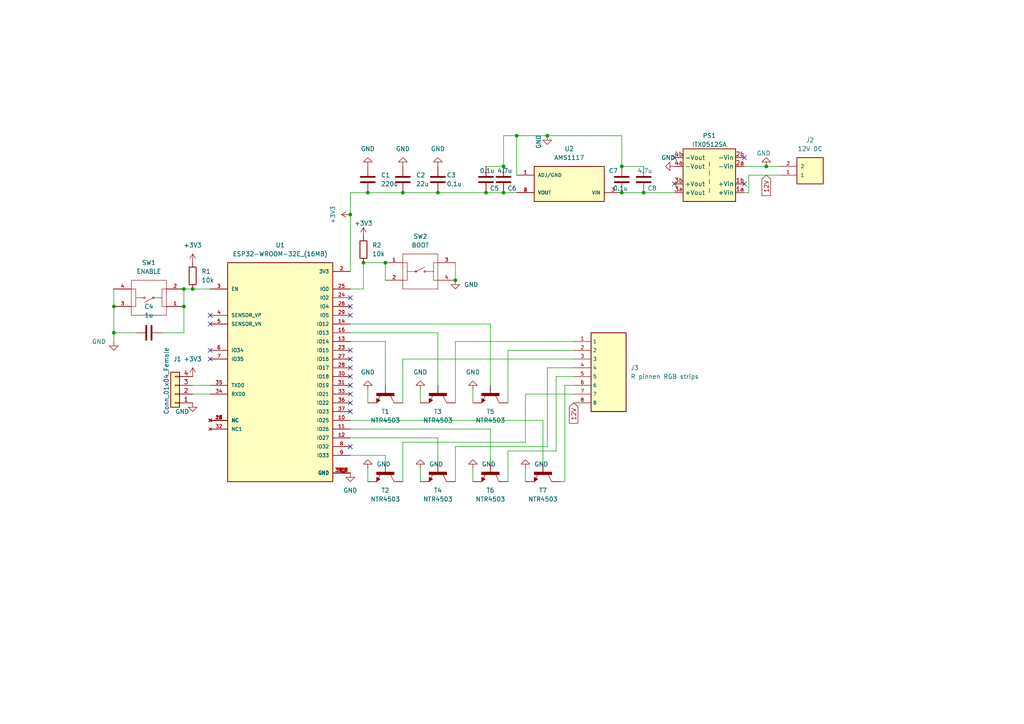
<source format=kicad_sch>
(kicad_sch (version 20211123) (generator eeschema)
  (paper "A4")
  (lib_symbols
    (symbol "1825910-6:1825910-6" (pin_names (offset 1.016) hide)
      (property "Reference" "SW" (at -5.08 5.842 0))
      (property "Value" "1825910-6" (at -5.08 -7.62 0))
      (symbol "1825910-6_0_0"
        (circle (center -1.27 0) (radius 0.254) (stroke (width 0.127)))
        (polyline (pts (xy -5.08 -5.08) (xy 5.08 -5.08)) (stroke (width 0.127)))
        (polyline (pts (xy -5.08 -2.54) (xy -5.08 -5.08)) (stroke (width 0.127)))
        (polyline (pts (xy -5.08 2.54) (xy -5.08 -2.54)) (stroke (width 0.127)))
        (polyline (pts (xy -5.08 2.54) (xy -3.81 2.54)) (stroke (width 0.127)))
        (polyline (pts (xy -5.08 5.08) (xy -5.08 2.54)) (stroke (width 0.127)))
        (polyline (pts (xy -5.08 5.08) (xy 5.08 5.08)) (stroke (width 0.127)))
        (polyline (pts (xy -3.81 -2.54) (xy -5.08 -2.54)) (stroke (width 0.127)))
        (polyline (pts (xy -3.81 0) (xy -3.81 -2.54)) (stroke (width 0.127)))
        (polyline (pts (xy -3.81 0) (xy -1.27 0)) (stroke (width 0.127)))
        (polyline (pts (xy -3.81 2.54) (xy -3.81 0)) (stroke (width 0.127)))
        (polyline (pts (xy -1.27 0) (xy 1.27 1.27)) (stroke (width 0.127)))
        (polyline (pts (xy 1.27 0) (xy 3.81 0)) (stroke (width 0.127)))
        (polyline (pts (xy 3.81 -2.54) (xy 5.08 -2.54)) (stroke (width 0.127)))
        (polyline (pts (xy 3.81 0) (xy 3.81 -2.54)) (stroke (width 0.127)))
        (polyline (pts (xy 3.81 0) (xy 3.81 2.54)) (stroke (width 0.127)))
        (polyline (pts (xy 3.81 2.54) (xy 5.08 2.54)) (stroke (width 0.127)))
        (polyline (pts (xy 5.08 -2.54) (xy 5.08 -5.08)) (stroke (width 0.127)))
        (polyline (pts (xy 5.08 2.54) (xy 5.08 -2.54)) (stroke (width 0.127)))
        (polyline (pts (xy 5.08 5.08) (xy 5.08 2.54)) (stroke (width 0.127)))
        (circle (center 1.27 0) (radius 0.254) (stroke (width 0.127)))
        (pin passive line (at -10.16 2.54 0) (length 5.08) (name "~") (number "1"))
        (pin passive line (at -10.16 -2.54 0) (length 5.08) (name "~") (number "2"))
        (pin passive line (at 10.16 2.54 180) (length 5.08) (name "~") (number "3"))
        (pin passive line (at 10.16 -2.54 180) (length 5.08) (name "~") (number "4"))
      )
    )
    (symbol "282841-2:282841-2" (pin_names (offset 1.016))
      (property "Reference" "J" (at 0 10.16 0))
      (property "Value" "282841-2" (at 0 -7.62 0))
      (symbol "282841-2_0_0"
        (rectangle (start -5.08 -2.54) (end 2.54 5.08) (stroke (width 0.254)) (fill (type background)))
        (pin passive line (at -10.16 2.54 0) (length 5.08) (name "1") (number "1"))
        (pin passive line (at -10.16 0 0) (length 5.08) (name "2") (number "2"))
      )
    )
    (symbol "282841-5:8_pin_connector"
      (property "Reference" "U" (at -5.08 12.7 0))
      (property "Value" "8_pin_connector" (at 0 -13.97 0))
      (symbol "8_pin_connector_0_0"
        (pin passive line (at -10.16 8.89 0) (length 5.08) (name "1") (number "1"))
        (pin passive line (at -10.16 6.35 0) (length 5.08) (name "2") (number "2"))
        (pin passive line (at -10.16 3.81 0) (length 5.08) (name "3") (number "3"))
        (pin passive line (at -10.16 1.27 0) (length 5.08) (name "4") (number "4"))
        (pin passive line (at -10.16 -1.27 0) (length 5.08) (name "5") (number "5"))
        (pin passive line (at -10.16 -3.81 0) (length 5.08) (name "6") (number "6"))
        (pin passive line (at -10.16 -6.35 0) (length 5.08) (name "7") (number "7"))
        (pin passive line (at -10.16 -8.89 0) (length 5.08) (name "8") (number "8"))
      )
      (symbol "8_pin_connector_0_1"
        (rectangle (start -5.08 11.43) (end 5.08 -11.43))
        (rectangle (start -5.08 11.43) (end 5.08 -11.43) (fill (type background)))
        (polyline (pts (xy -5.08 11.43) (xy -5.08 -11.43) (xy 5.08 -11.43) (xy 5.08 11.43) (xy -5.08 11.43)) (stroke (width 0.254)))
      )
    )
    (symbol "AMS1117:AMS1117" (pin_names (offset 1.016))
      (property "Reference" "U" (at -10.16 5.588 0))
      (property "Value" "AMS1117" (at -10.16 -8.128 0))
      (symbol "AMS1117_0_0"
        (rectangle (start -10.16 -5.08) (end 10.16 5.08) (stroke (width 0.254)) (fill (type background)))
        (pin power_in line (at 15.24 -2.54 180) (length 5.08) (name "ADJ/GND") (number "1"))
        (pin output line (at 15.24 2.54 180) (length 5.08) (name "VOUT") (number "2"))
        (pin input line (at -15.24 2.54 0) (length 5.08) (name "VIN") (number "3"))
        (pin output line (at 15.24 2.54 180) (length 5.08) (name "VOUT") (number "4"))
      )
    )
    (symbol "BC848:BC848" (pin_numbers hide) (pin_names (offset 1.016) hide)
      (property "Reference" "T" (at -10.1854 7.6454 0))
      (property "Value" "BC848" (at -10.16 5.08 0))
      (symbol "BC848_0_0"
        (rectangle (start -0.254 -2.54) (end 0.508 2.54) (fill (type outline)))
        (polyline (pts (xy 1.27 -2.54) (xy 1.778 -1.524)) (stroke (width 0.1524)))
        (polyline (pts (xy 1.524 -2.413) (xy 2.286 -2.413)) (stroke (width 0.254)))
        (polyline (pts (xy 1.524 -2.286) (xy 1.905 -2.286)) (stroke (width 0.254)))
        (polyline (pts (xy 1.5494 -2.032) (xy 0.3048 -1.4224)) (stroke (width 0.1524)))
        (polyline (pts (xy 1.778 -1.778) (xy 1.524 -2.286)) (stroke (width 0.254)))
        (polyline (pts (xy 1.778 -1.524) (xy 2.54 -2.54)) (stroke (width 0.1524)))
        (polyline (pts (xy 1.905 -2.286) (xy 1.778 -2.032)) (stroke (width 0.254)))
        (polyline (pts (xy 2.286 -2.413) (xy 1.778 -1.778)) (stroke (width 0.254)))
        (polyline (pts (xy 2.54 -2.54) (xy 1.27 -2.54)) (stroke (width 0.1524)))
        (polyline (pts (xy 2.54 2.54) (xy 0.508 1.524)) (stroke (width 0.1524)))
        (pin passive line (at -2.54 0 0) (length 2.54) (name "~") (number "1"))
        (pin passive line (at 2.54 -5.08 90) (length 2.54) (name "~") (number "2"))
        (pin passive line (at 2.54 5.08 270) (length 2.54) (name "~") (number "3"))
      )
    )
    (symbol "Connector_Generic:Conn_01x04" (pin_names (offset 1.016) hide)
      (property "Reference" "J" (at 0 5.08 0))
      (property "Value" "Conn_01x04" (at 0 -7.62 0))
      (symbol "Conn_01x04_1_1"
        (rectangle (start -1.27 -4.953) (end 0 -5.207) (stroke (width 0.1524)))
        (rectangle (start -1.27 -2.413) (end 0 -2.667) (stroke (width 0.1524)))
        (rectangle (start -1.27 0.127) (end 0 -0.127) (stroke (width 0.1524)))
        (rectangle (start -1.27 2.667) (end 0 2.413) (stroke (width 0.1524)))
        (rectangle (start -1.27 3.81) (end 1.27 -6.35) (stroke (width 0.254)) (fill (type background)))
        (pin passive line (at -5.08 2.54 0) (length 3.81) (name "Pin_1") (number "1"))
        (pin passive line (at -5.08 0 0) (length 3.81) (name "Pin_2") (number "2"))
        (pin passive line (at -5.08 -2.54 0) (length 3.81) (name "Pin_3") (number "3"))
        (pin passive line (at -5.08 -5.08 0) (length 3.81) (name "Pin_4") (number "4"))
      )
    )
    (symbol "Converter_DCDC:ITX0512SA"
      (property "Reference" "PS1" (at 0 -11.43 0))
      (property "Value" "ITX0512SA" (at 0 -8.89 0))
      (symbol "ITX0512SA_0_0"
        (pin power_in line (at -10.16 5.08 0) (length 2.54) (name "+Vin") (number "1a"))
        (pin power_in line (at -10.16 2.54 0) (length 2.54) (name "+Vin") (number "1b"))
        (pin power_in line (at -10.16 -2.54 0) (length 2.54) (name "-Vin") (number "2a"))
        (pin power_in line (at -10.16 -5.08 0) (length 2.54) (name "-Vin") (number "2b"))
        (pin power_out line (at 10.16 5.08 180) (length 2.54) (name "+Vout") (number "3a"))
        (pin power_out line (at 10.16 2.54 180) (length 2.54) (name "+Vout") (number "3b"))
        (pin power_out line (at 10.16 -2.54 180) (length 2.54) (name "-Vout") (number "4a"))
        (pin power_out line (at 10.16 -5.08 180) (length 2.54) (name "-Vout") (number "4b"))
      )
      (symbol "ITX0512SA_0_1"
        (rectangle (start -7.62 7.62) (end 7.62 -7.62) (stroke (width 0.254)) (fill (type background)))
        (polyline (pts (xy 0 -2.54) (xy 0 -3.81)))
        (polyline (pts (xy 0 0) (xy 0 -1.27)))
        (polyline (pts (xy 0 2.54) (xy 0 1.27)))
        (polyline (pts (xy 0 5.08) (xy 0 3.81)))
      )
    )
    (symbol "Device:C" (pin_numbers hide) (pin_names (offset 0.254))
      (property "Reference" "C" (at 0.635 2.54 0))
      (property "Value" "C" (at 0.635 -2.54 0))
      (symbol "C_0_1"
        (polyline (pts (xy -2.032 -0.762) (xy 2.032 -0.762)) (stroke (width 0.508)))
        (polyline (pts (xy -2.032 0.762) (xy 2.032 0.762)) (stroke (width 0.508)))
      )
      (symbol "C_1_1"
        (pin passive line (at 0 3.81 270) (length 2.794) (name "~") (number "1"))
        (pin passive line (at 0 -3.81 90) (length 2.794) (name "~") (number "2"))
      )
    )
    (symbol "Device:R" (pin_numbers hide) (pin_names (offset 0))
      (property "Reference" "R" (at 2.032 0 90))
      (property "Value" "R" (at 0 0 90))
      (symbol "R_0_1"
        (rectangle (start -1.016 -2.54) (end 1.016 2.54) (stroke (width 0.254)))
      )
      (symbol "R_1_1"
        (pin passive line (at 0 3.81 270) (length 1.27) (name "~") (number "1"))
        (pin passive line (at 0 -3.81 90) (length 1.27) (name "~") (number "2"))
      )
    )
    (symbol "ESP32-WROOM-32E__16MB_:ESP32-WROOM-32E_(16MB)" (pin_names (offset 1.016))
      (property "Reference" "U" (at -15.24 33.909 0))
      (property "Value" "ESP32-WROOM-32E_(16MB)" (at -15.24 -33.02 0))
      (symbol "ESP32-WROOM-32E_(16MB)_0_0"
        (rectangle (start -15.24 -30.48) (end 15.24 33.02) (stroke (width 0.254)) (fill (type background)))
        (pin power_in line (at 20.32 -27.94 180) (length 5.08) (name "GND") (number "1"))
        (pin bidirectional line (at 20.32 -12.7 180) (length 5.08) (name "IO25") (number "10"))
        (pin bidirectional line (at 20.32 -15.24 180) (length 5.08) (name "IO26") (number "11"))
        (pin bidirectional line (at 20.32 -17.78 180) (length 5.08) (name "IO27") (number "12"))
        (pin bidirectional line (at 20.32 10.16 180) (length 5.08) (name "IO14") (number "13"))
        (pin bidirectional line (at 20.32 15.24 180) (length 5.08) (name "IO12") (number "14"))
        (pin power_in line (at 20.32 -27.94 180) (length 5.08) (name "GND") (number "15"))
        (pin bidirectional line (at 20.32 12.7 180) (length 5.08) (name "IO13") (number "16"))
        (pin no_connect line (at -20.32 -12.7 0) (length 5.08) (name "NC") (number "17"))
        (pin no_connect line (at -20.32 -12.7 0) (length 5.08) (name "NC") (number "18"))
        (pin no_connect line (at -20.32 -12.7 0) (length 5.08) (name "NC") (number "19"))
        (pin power_in line (at 20.32 30.48 180) (length 5.08) (name "3V3") (number "2"))
        (pin no_connect line (at -20.32 -12.7 0) (length 5.08) (name "NC") (number "20"))
        (pin no_connect line (at -20.32 -12.7 0) (length 5.08) (name "NC") (number "21"))
        (pin no_connect line (at -20.32 -12.7 0) (length 5.08) (name "NC") (number "22"))
        (pin bidirectional line (at 20.32 7.62 180) (length 5.08) (name "IO15") (number "23"))
        (pin bidirectional line (at 20.32 22.86 180) (length 5.08) (name "IO2") (number "24"))
        (pin bidirectional line (at 20.32 25.4 180) (length 5.08) (name "IO0") (number "25"))
        (pin bidirectional line (at 20.32 20.32 180) (length 5.08) (name "IO4") (number "26"))
        (pin bidirectional line (at 20.32 5.08 180) (length 5.08) (name "IO16") (number "27"))
        (pin bidirectional line (at 20.32 2.54 180) (length 5.08) (name "IO17") (number "28"))
        (pin bidirectional line (at 20.32 17.78 180) (length 5.08) (name "IO5") (number "29"))
        (pin input line (at -20.32 25.4 0) (length 5.08) (name "EN") (number "3"))
        (pin bidirectional line (at 20.32 0 180) (length 5.08) (name "IO18") (number "30"))
        (pin bidirectional line (at 20.32 -2.54 180) (length 5.08) (name "IO19") (number "31"))
        (pin no_connect line (at -20.32 -15.24 0) (length 5.08) (name "NC1") (number "32"))
        (pin bidirectional line (at 20.32 -5.08 180) (length 5.08) (name "IO21") (number "33"))
        (pin bidirectional line (at -20.32 -5.08 0) (length 5.08) (name "RXD0") (number "34"))
        (pin bidirectional line (at -20.32 -2.54 0) (length 5.08) (name "TXD0") (number "35"))
        (pin bidirectional line (at 20.32 -7.62 180) (length 5.08) (name "IO22") (number "36"))
        (pin bidirectional line (at 20.32 -10.16 180) (length 5.08) (name "IO23") (number "37"))
        (pin power_in line (at 20.32 -27.94 180) (length 5.08) (name "GND") (number "38"))
        (pin power_in line (at 20.32 -27.94 180) (length 5.08) (name "GND") (number "39_1"))
        (pin power_in line (at 20.32 -27.94 180) (length 5.08) (name "GND") (number "39_2"))
        (pin power_in line (at 20.32 -27.94 180) (length 5.08) (name "GND") (number "39_3"))
        (pin power_in line (at 20.32 -27.94 180) (length 5.08) (name "GND") (number "39_4"))
        (pin power_in line (at 20.32 -27.94 180) (length 5.08) (name "GND") (number "39_5"))
        (pin power_in line (at 20.32 -27.94 180) (length 5.08) (name "GND") (number "39_6"))
        (pin power_in line (at 20.32 -27.94 180) (length 5.08) (name "GND") (number "39_7"))
        (pin power_in line (at 20.32 -27.94 180) (length 5.08) (name "GND") (number "39_8"))
        (pin power_in line (at 20.32 -27.94 180) (length 5.08) (name "GND") (number "39_9"))
        (pin input line (at -20.32 17.78 0) (length 5.08) (name "SENSOR_VP") (number "4"))
        (pin input line (at -20.32 15.24 0) (length 5.08) (name "SENSOR_VN") (number "5"))
        (pin input line (at -20.32 7.62 0) (length 5.08) (name "IO34") (number "6"))
        (pin input line (at -20.32 5.08 0) (length 5.08) (name "IO35") (number "7"))
        (pin bidirectional line (at 20.32 -20.32 180) (length 5.08) (name "IO32") (number "8"))
        (pin bidirectional line (at 20.32 -22.86 180) (length 5.08) (name "IO33") (number "9"))
      )
    )
    (symbol "power:+3V3" (power) (pin_names (offset 0))
      (property "Value" "+3V3" (at 0 3.556 0))
      (symbol "+3V3_0_1"
        (polyline (pts (xy -0.762 1.27) (xy 0 2.54)))
        (polyline (pts (xy 0 0) (xy 0 2.54)))
        (polyline (pts (xy 0 2.54) (xy 0.762 1.27)))
      )
      (symbol "+3V3_1_1"
        (pin power_in line (at 0 0 90) (length 0) hide (name "+3V3") (number "1"))
      )
    )
    (symbol "power:GND" (power) (pin_names (offset 0))
      (property "Value" "GND" (at 0 -3.81 0))
      (symbol "GND_0_1"
        (polyline (pts (xy 0 0) (xy 0 -1.27) (xy 1.27 -1.27) (xy 0 -2.54) (xy -1.27 -1.27) (xy 0 -1.27)))
      )
      (symbol "GND_1_1"
        (pin power_in line (at 0 0 270) (length 0) hide (name "GND") (number "1"))
      )
    )
  )
  (junction (at 186.69 55.88))
  (junction (at 146.05 55.88))
  (junction (at 132.08 81.28))
  (junction (at 116.84 55.88))
  (junction (at 53.34 83.82))
  (junction (at 158.75 39.37))
  (junction (at 127 55.88))
  (junction (at 53.34 88.9))
  (junction (at 106.68 55.88))
  (junction (at 105.41 76.2))
  (junction (at 140.97 55.88))
  (junction (at 180.34 48.26))
  (junction (at 33.02 96.52))
  (junction (at 111.76 76.2))
  (junction (at 149.86 39.37))
  (junction (at 55.88 83.82))
  (junction (at 101.6 62.23))
  (junction (at 33.02 88.9))
  (junction (at 222.25 48.26))
  (junction (at 146.05 48.26))
  (junction (at 180.34 55.88))
  (no_connect (at 195.58 53.34))
  (no_connect (at 215.9 45.72))
  (no_connect (at 195.58 45.72))
  (no_connect (at 215.9 53.34))
  (no_connect (at 60.96 101.6))
  (no_connect (at 60.96 104.14))
  (no_connect (at 60.96 91.44))
  (no_connect (at 60.96 93.98))
  (no_connect (at 101.6 111.76))
  (no_connect (at 101.6 114.3))
  (no_connect (at 101.6 116.84))
  (no_connect (at 101.6 119.38))
  (no_connect (at 101.6 129.54))
  (no_connect (at 101.6 104.14))
  (no_connect (at 101.6 109.22))
  (no_connect (at 101.6 101.6))
  (no_connect (at 101.6 106.68))
  (no_connect (at 101.6 88.9))
  (no_connect (at 101.6 91.44))
  (no_connect (at 101.6 86.36))
  (wire (pts (xy 158.75 129.54) (xy 158.75 106.68)))
  (wire (pts (xy 101.6 83.82) (xy 105.41 83.82)))
  (wire (pts (xy 132.08 129.54) (xy 158.75 129.54)))
  (wire (pts (xy 116.84 139.7) (xy 116.84 128.27)))
  (wire (pts (xy 105.41 76.2) (xy 105.41 83.82)))
  (wire (pts (xy 33.02 96.52) (xy 33.02 99.06)))
  (wire (pts (xy 127 127) (xy 127 134.62)))
  (wire (pts (xy 116.84 104.14) (xy 166.37 104.14)))
  (wire (pts (xy 33.02 88.9) (xy 33.02 83.82)))
  (wire (pts (xy 53.34 96.52) (xy 53.34 88.9)))
  (wire (pts (xy 106.68 55.88) (xy 116.84 55.88)))
  (wire (pts (xy 111.76 132.08) (xy 111.76 134.62)))
  (wire (pts (xy 137.16 113.03) (xy 137.16 116.84)))
  (wire (pts (xy 105.41 76.2) (xy 111.76 76.2)))
  (wire (pts (xy 146.05 55.88) (xy 149.86 55.88)))
  (wire (pts (xy 121.92 113.03) (xy 121.92 116.84)))
  (wire (pts (xy 163.83 111.76) (xy 166.37 111.76)))
  (wire (pts (xy 111.76 76.2) (xy 111.76 81.28)))
  (wire (pts (xy 55.88 111.76) (xy 60.96 111.76)))
  (wire (pts (xy 180.34 48.26) (xy 180.34 39.37)))
  (wire (pts (xy 132.08 139.7) (xy 132.08 129.54)))
  (wire (pts (xy 140.97 55.88) (xy 146.05 55.88)))
  (wire (pts (xy 101.6 99.06) (xy 111.76 99.06)))
  (wire (pts (xy 157.48 121.92) (xy 157.48 134.62)))
  (wire (pts (xy 161.29 130.81) (xy 161.29 109.22)))
  (wire (pts (xy 149.86 39.37) (xy 146.05 39.37)))
  (wire (pts (xy 142.24 93.98) (xy 142.24 111.76)))
  (wire (pts (xy 33.02 96.52) (xy 39.37 96.52)))
  (wire (pts (xy 147.32 101.6) (xy 166.37 101.6)))
  (wire (pts (xy 215.9 55.88) (xy 217.17 55.88)))
  (wire (pts (xy 137.16 135.89) (xy 137.16 139.7)))
  (wire (pts (xy 116.84 128.27) (xy 152.4 128.27)))
  (wire (pts (xy 101.6 96.52) (xy 127 96.52)))
  (wire (pts (xy 180.34 48.26) (xy 186.69 48.26)))
  (wire (pts (xy 158.75 39.37) (xy 149.86 39.37)))
  (wire (pts (xy 101.6 62.23) (xy 101.6 78.74)))
  (wire (pts (xy 111.76 99.06) (xy 111.76 111.76)))
  (wire (pts (xy 55.88 114.3) (xy 60.96 114.3)))
  (wire (pts (xy 101.6 93.98) (xy 142.24 93.98)))
  (wire (pts (xy 215.9 48.26) (xy 222.25 48.26)))
  (wire (pts (xy 163.83 139.7) (xy 163.83 111.76)))
  (wire (pts (xy 152.4 135.89) (xy 152.4 139.7)))
  (wire (pts (xy 116.84 55.88) (xy 127 55.88)))
  (wire (pts (xy 180.34 39.37) (xy 158.75 39.37)))
  (wire (pts (xy 217.17 50.8) (xy 226.06 50.8)))
  (wire (pts (xy 101.6 132.08) (xy 111.76 132.08)))
  (wire (pts (xy 101.6 55.88) (xy 106.68 55.88)))
  (wire (pts (xy 186.69 55.88) (xy 195.58 55.88)))
  (wire (pts (xy 152.4 128.27) (xy 152.4 114.3)))
  (wire (pts (xy 161.29 109.22) (xy 166.37 109.22)))
  (wire (pts (xy 101.6 55.88) (xy 101.6 62.23)))
  (wire (pts (xy 132.08 99.06) (xy 166.37 99.06)))
  (wire (pts (xy 222.25 48.26) (xy 226.06 48.26)))
  (wire (pts (xy 146.05 39.37) (xy 146.05 48.26)))
  (wire (pts (xy 152.4 114.3) (xy 166.37 114.3)))
  (wire (pts (xy 53.34 88.9) (xy 53.34 83.82)))
  (wire (pts (xy 121.92 135.89) (xy 121.92 139.7)))
  (wire (pts (xy 142.24 124.46) (xy 142.24 134.62)))
  (wire (pts (xy 217.17 55.88) (xy 217.17 50.8)))
  (wire (pts (xy 147.32 139.7) (xy 147.32 130.81)))
  (wire (pts (xy 147.32 116.84) (xy 147.32 101.6)))
  (wire (pts (xy 140.97 48.26) (xy 146.05 48.26)))
  (wire (pts (xy 53.34 83.82) (xy 55.88 83.82)))
  (wire (pts (xy 147.32 130.81) (xy 161.29 130.81)))
  (wire (pts (xy 46.99 96.52) (xy 53.34 96.52)))
  (wire (pts (xy 132.08 116.84) (xy 132.08 99.06)))
  (wire (pts (xy 101.6 127) (xy 127 127)))
  (wire (pts (xy 127 96.52) (xy 127 111.76)))
  (wire (pts (xy 106.68 113.03) (xy 106.68 116.84)))
  (wire (pts (xy 101.6 124.46) (xy 142.24 124.46)))
  (wire (pts (xy 162.56 139.7) (xy 163.83 139.7)))
  (wire (pts (xy 106.68 135.89) (xy 106.68 139.7)))
  (wire (pts (xy 158.75 106.68) (xy 166.37 106.68)))
  (wire (pts (xy 132.08 76.2) (xy 132.08 81.28)))
  (wire (pts (xy 101.6 121.92) (xy 157.48 121.92)))
  (wire (pts (xy 149.86 39.37) (xy 149.86 50.8)))
  (wire (pts (xy 116.84 116.84) (xy 116.84 104.14)))
  (wire (pts (xy 127 55.88) (xy 140.97 55.88)))
  (wire (pts (xy 33.02 88.9) (xy 33.02 96.52)))
  (wire (pts (xy 186.69 55.88) (xy 180.34 55.88)))
  (wire (pts (xy 55.88 83.82) (xy 60.96 83.82)))
  (global_label "12V" (shape input) (at 166.37 116.84 270) (property "Intersheet References" "${INTERSHEET_REFS}" (effects hide)))
  (global_label "12V" (shape input) (at 222.25 50.8 270) (property "Intersheet References" "${INTERSHEET_REFS}" (effects hide)))
  (symbol (lib_id "power:GND") (at 127 48.26 180) (unit 1)
    (property "Reference" "#PWR010" (effects hide))
    (property "Value" "GND" (at 127 43.18 0))
  )
  (symbol (lib_id "Device:R") (at 55.88 80.01 0) (unit 1)
    (property "Reference" "R1" (at 58.42 78.7399 0) (effects (justify left)))
    (property "Value" "10k" (at 58.42 81.2799 0) (effects (justify left)))
    (property "Footprint" "Resistor_SMD:R_0805_2012Metric" (effects hide))
  )
  (symbol (lib_id "power:+3V3") (at 55.88 109.22 0) (unit 1)
    (property "Reference" "#PWR0102" (effects hide))
    (property "Value" "+3V3" (at 55.88 104.14 0))
  )
  (symbol (lib_id "BC848:BC848") (at 111.76 114.3 270) (unit 1)
    (property "Reference" "T1" (at 111.76 119.38 90))
    (property "Value" "NTR4503" (at 111.76 121.92 90))
    (property "Footprint" "libraries:SOT23" (effects hide))
  )
  (symbol (lib_id "power:GND") (at 132.08 81.28 0) (unit 1)
    (property "Reference" "#PWR0101" (effects hide))
    (property "Value" "GND" (at 134.62 82.5499 0) (effects (justify left)))
  )
  (symbol (lib_id "282841-5:8_pin_connector") (at 176.53 107.95 0) (unit 1)
    (property "Reference" "J3" (at 182.88 106.6799 0) (effects (justify left)))
    (property "Value" "R pinnen RGB strips" (at 182.88 109.2199 0) (effects (justify left)))
    (property "Footprint" "libraries:TE_1546215-8" (effects hide))
  )
  (symbol (lib_id "power:GND") (at 222.25 48.26 180) (unit 1)
    (property "Reference" "#PWR0110" (effects hide))
    (property "Value" "GND" (at 223.52 44.45 0) (effects (justify left)))
  )
  (symbol (lib_id "ESP32-WROOM-32E__16MB_:ESP32-WROOM-32E_(16MB)") (at 81.28 109.22 0) (unit 1)
    (property "Reference" "U1" (at 81.28 71.12 0))
    (property "Value" "ESP32-WROOM-32E_(16MB)" (at 81.28 73.66 0))
    (property "Footprint" "libraries:XCVR_ESP32-WROOM-32E_(16MB)" (effects hide))
    (property "PARTREV" "1.4" (effects hide))
    (property "STANDARD" "Manufacturer Recommendations" (effects hide))
    (property "MAXIMUM_PACKAGE_HEIGHT" "3.25mm" (effects hide))
    (property "MANUFACTURER" "Espressif Systems" (effects hide))
  )
  (symbol (lib_id "1825910-6:1825910-6") (at 121.92 78.74 0) (unit 1)
    (property "Reference" "SW2" (at 121.92 68.58 0))
    (property "Value" "BOOT" (at 121.92 71.12 0))
    (property "Footprint" "libraries:SW_1825910-6-4" (effects hide))
    (property "Comment" "1825910-6" (effects hide))
  )
  (symbol (lib_id "BC848:BC848") (at 142.24 137.16 270) (unit 1)
    (property "Reference" "T6" (at 142.24 142.24 90))
    (property "Value" "NTR4503" (at 142.24 144.78 90))
    (property "Footprint" "libraries:SOT23" (effects hide))
  )
  (symbol (lib_id "Device:C") (at 186.69 52.07 180) (unit 1)
    (property "Reference" "C8" (at 190.5 54.61 0) (effects (justify left)))
    (property "Value" "4.7u" (at 189.23 49.53 0) (effects (justify left)))
    (property "Footprint" "Capacitor_SMD:C_0805_2012Metric" (effects hide))
  )
  (symbol (lib_id "power:+3V3") (at 105.41 68.58 0) (unit 1)
    (property "Reference" "#PWR0106" (effects hide))
    (property "Value" "+3V3" (at 105.41 64.77 0))
  )
  (symbol (lib_id "Device:C") (at 146.05 52.07 180) (unit 1)
    (property "Reference" "C6" (at 149.86 54.61 0) (effects (justify left)))
    (property "Value" "4.7u" (at 148.59 49.53 0) (effects (justify left)))
    (property "Footprint" "Capacitor_SMD:C_0805_2012Metric" (effects hide))
  )
  (symbol (lib_id "Connector_Generic:Conn_01x04") (at 50.8 114.3 180) (unit 1)
    (property "Reference" "J1" (at 51.435 104.14 0))
    (property "Value" "Conn_01x04_Female" (at 48.26 110.49 90))
    (property "Footprint" "Connector_PinHeader_2.54mm:PinHeader_1x04_P2.54mm_Vertical" (effects hide))
  )
  (symbol (lib_id "Device:C") (at 116.84 52.07 180) (unit 1)
    (property "Reference" "C2" (at 120.65 50.7999 0) (effects (justify right)))
    (property "Value" "22u" (at 120.65 53.3399 0) (effects (justify right)))
    (property "Footprint" "Capacitor_SMD:C_0805_2012Metric" (effects hide))
  )
  (symbol (lib_id "power:GND") (at 152.4 135.89 180) (unit 1)
    (property "Reference" "#PWR014" (effects hide))
    (property "Value" "GND" (at 154.94 134.6199 0) (effects (justify right)))
  )
  (symbol (lib_id "power:GND") (at 55.88 116.84 0) (unit 1)
    (property "Reference" "#PWR0103" (effects hide))
    (property "Value" "GND" (at 50.8 119.38 0) (effects (justify left)))
  )
  (symbol (lib_id "power:+3V3") (at 55.88 76.2 0) (unit 1)
    (property "Reference" "#PWR0107" (effects hide))
    (property "Value" "+3V3" (at 55.88 71.12 0))
  )
  (symbol (lib_id "power:GND") (at 137.16 113.03 180) (unit 1)
    (property "Reference" "#PWR011" (effects hide))
    (property "Value" "GND" (at 137.16 107.95 0))
  )
  (symbol (lib_id "power:GND") (at 121.92 113.03 180) (unit 1)
    (property "Reference" "#PWR08" (effects hide))
    (property "Value" "GND" (at 121.92 107.95 0))
  )
  (symbol (lib_id "Device:C") (at 180.34 52.07 0) (unit 1)
    (property "Reference" "C7" (at 176.53 49.53 0) (effects (justify left)))
    (property "Value" "0.1u" (at 177.8 54.61 0) (effects (justify left)))
    (property "Footprint" "Capacitor_SMD:C_0805_2012Metric" (effects hide))
  )
  (symbol (lib_id "power:GND") (at 106.68 135.89 180) (unit 1)
    (property "Reference" "#PWR05" (effects hide))
    (property "Value" "GND" (at 109.22 134.6199 0) (effects (justify right)))
  )
  (symbol (lib_id "power:GND") (at 101.6 137.16 0) (unit 1)
    (property "Reference" "#PWR02" (effects hide))
    (property "Value" "GND" (at 101.6 142.24 0))
  )
  (symbol (lib_id "Converter_DCDC:ITX0512SA") (at 205.74 50.8 180) (unit 1)
    (property "Reference" "PS1" (at 205.74 39.37 0))
    (property "Value" "ITX0512SA" (at 205.74 41.91 0))
    (property "Footprint" "libraries:Buck Converter" (effects hide))
  )
  (symbol (lib_id "BC848:BC848") (at 127 137.16 270) (unit 1)
    (property "Reference" "T4" (at 127 142.24 90))
    (property "Value" "NTR4503" (at 127 144.78 90))
    (property "Footprint" "libraries:SOT23" (effects hide))
  )
  (symbol (lib_id "power:GND") (at 116.84 48.26 180) (unit 1)
    (property "Reference" "#PWR07" (effects hide))
    (property "Value" "GND" (at 116.84 43.18 0))
  )
  (symbol (lib_id "power:+3V3") (at 101.6 62.23 90) (unit 1)
    (property "Reference" "#PWR0104" (effects hide))
    (property "Value" "+3V3" (at 96.52 59.69 0) (effects (justify right)))
  )
  (symbol (lib_id "BC848:BC848") (at 142.24 114.3 270) (unit 1)
    (property "Reference" "T5" (at 142.24 119.38 90))
    (property "Value" "NTR4503" (at 142.24 121.92 90))
    (property "Footprint" "libraries:SOT23" (effects hide))
  )
  (symbol (lib_id "282841-2:282841-2") (at 236.22 48.26 0) (mirror x) (unit 1)
    (property "Reference" "J2" (at 234.95 40.64 0))
    (property "Value" "12V DC" (at 234.95 43.18 0))
    (property "Footprint" "libraries:TE_1546215-2" (effects hide))
    (property "Comment" "282841-2" (effects hide))
    (property "EU_RoHS_Compliance" "Compliant with Exemptions" (effects hide))
  )
  (symbol (lib_id "AMS1117:AMS1117") (at 165.1 53.34 180) (unit 1)
    (property "Reference" "U2" (at 165.1 43.18 0))
    (property "Value" "AMS1117" (at 165.1 45.72 0))
    (property "Footprint" "libraries:SOT229P700X180-4N" (effects hide))
    (property "MANUFACTURER" "AMS" (effects hide))
    (property "MAXIMUM_PACKAGE_HEIGHT" "1.8mm" (effects hide))
    (property "PARTREV" "N/A" (effects hide))
    (property "STANDARD" "IPC-7351B" (effects hide))
  )
  (symbol (lib_id "BC848:BC848") (at 157.48 137.16 270) (unit 1)
    (property "Reference" "T7" (at 157.48 142.24 90))
    (property "Value" "NTR4503" (at 157.48 144.78 90))
    (property "Footprint" "libraries:SOT23" (effects hide))
  )
  (symbol (lib_id "Device:C") (at 127 52.07 180) (unit 1)
    (property "Reference" "C3" (at 129.54 50.8 0) (effects (justify right)))
    (property "Value" "0.1u" (at 129.54 53.34 0) (effects (justify right)))
    (property "Footprint" "Capacitor_SMD:C_0805_2012Metric" (effects hide))
  )
  (symbol (lib_id "Device:C") (at 140.97 52.07 180) (unit 1)
    (property "Reference" "C5" (at 144.78 54.61 0) (effects (justify left)))
    (property "Value" "0.1u" (at 143.51 49.53 0) (effects (justify left)))
    (property "Footprint" "Capacitor_SMD:C_0805_2012Metric" (effects hide))
  )
  (symbol (lib_id "Device:R") (at 105.41 72.39 0) (unit 1)
    (property "Reference" "R2" (at 107.95 71.1199 0) (effects (justify left)))
    (property "Value" "10k" (at 107.95 73.6599 0) (effects (justify left)))
    (property "Footprint" "Resistor_SMD:R_0805_2012Metric" (effects hide))
  )
  (symbol (lib_id "BC848:BC848") (at 111.76 137.16 270) (unit 1)
    (property "Reference" "T2" (at 111.76 142.24 90))
    (property "Value" "NTR4503" (at 111.76 144.78 90))
    (property "Footprint" "libraries:SOT23" (effects hide))
  )
  (symbol (lib_id "Device:C") (at 106.68 52.07 180) (unit 1)
    (property "Reference" "C1" (at 110.49 50.7999 0) (effects (justify right)))
    (property "Value" "220u" (at 110.49 53.3399 0) (effects (justify right)))
    (property "Footprint" "libraries:CAP_EEE0JA101WR" (effects hide))
  )
  (symbol (lib_id "power:GND") (at 195.58 48.26 270) (unit 1)
    (property "Reference" "#PWR0105" (effects hide))
    (property "Value" "GND" (at 191.77 45.72 90) (effects (justify left)))
  )
  (symbol (lib_id "power:GND") (at 106.68 113.03 180) (unit 1)
    (property "Reference" "#PWR04" (effects hide))
    (property "Value" "GND" (at 106.68 107.95 0))
  )
  (symbol (lib_id "BC848:BC848") (at 127 114.3 270) (unit 1)
    (property "Reference" "T3" (at 127 119.38 90))
    (property "Value" "NTR4503" (at 127 121.92 90))
    (property "Footprint" "libraries:SOT23" (effects hide))
  )
  (symbol (lib_id "power:GND") (at 137.16 135.89 180) (unit 1)
    (property "Reference" "#PWR012" (effects hide))
    (property "Value" "GND" (at 139.7 134.6199 0) (effects (justify right)))
  )
  (symbol (lib_id "power:GND") (at 33.02 99.06 0) (unit 1)
    (property "Reference" "#PWR0108" (effects hide))
    (property "Value" "GND" (at 26.67 99.06 0) (effects (justify left)))
  )
  (symbol (lib_id "power:GND") (at 106.68 48.26 180) (unit 1)
    (property "Reference" "#PWR03" (effects hide))
    (property "Value" "GND" (at 106.68 43.18 0))
  )
  (symbol (lib_id "power:GND") (at 121.92 135.89 180) (unit 1)
    (property "Reference" "#PWR09" (effects hide))
    (property "Value" "GND" (at 124.46 134.6199 0) (effects (justify right)))
  )
  (symbol (lib_id "Device:C") (at 43.18 96.52 90) (unit 1)
    (property "Reference" "C4" (at 43.18 88.9 90))
    (property "Value" "1u" (at 43.18 91.44 90))
    (property "Footprint" "Capacitor_SMD:C_0805_2012Metric" (effects hide))
  )
  (symbol (lib_id "1825910-6:1825910-6") (at 43.18 86.36 180) (unit 1)
    (property "Reference" "SW1" (at 43.18 76.2 0))
    (property "Value" "ENABLE" (at 43.18 78.74 0))
    (property "Footprint" "libraries:SW_1825910-6-4" (effects hide))
    (property "Comment" "1825910-6" (effects hide))
  )
  (symbol (lib_id "power:GND") (at 158.75 39.37 0) (unit 1)
    (property "Reference" "#PWR0109" (effects hide))
    (property "Value" "GND" (at 156.21 43.18 90) (effects (justify left)))
  )
)
</source>
